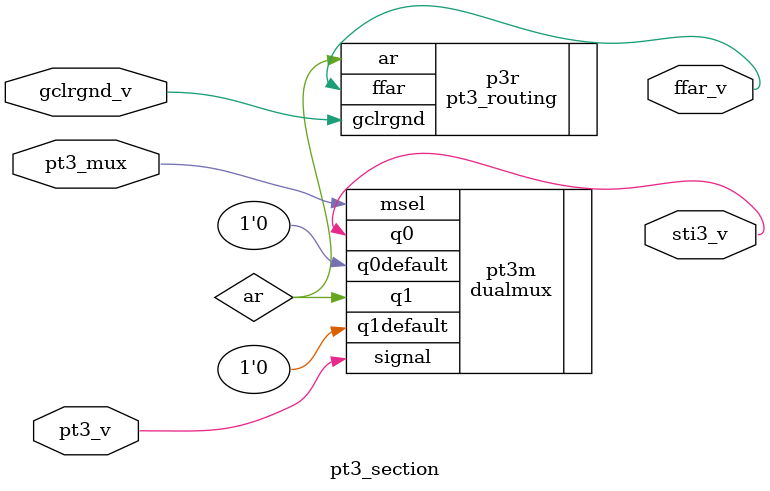
<source format=v>
`include "dualmux.v"
`include "pt3_routing.v"

module pt3_section(
  input pt3_mux,
  input pt3_v, gclrgnd_v,
  output sti3_v, ffar_v
);

  wire ar;
  dualmux pt3m(
    .msel(pt3_mux),
    .q0default(1'b0),
    .q1default(1'b0),
    .signal(pt3_v),
    .q0(sti3_v),
    .q1(ar)
  );

  pt3_routing p3r(
    .ar(ar), .gclrgnd(gclrgnd_v),
    .ffar(ffar_v)
  );
endmodule

</source>
